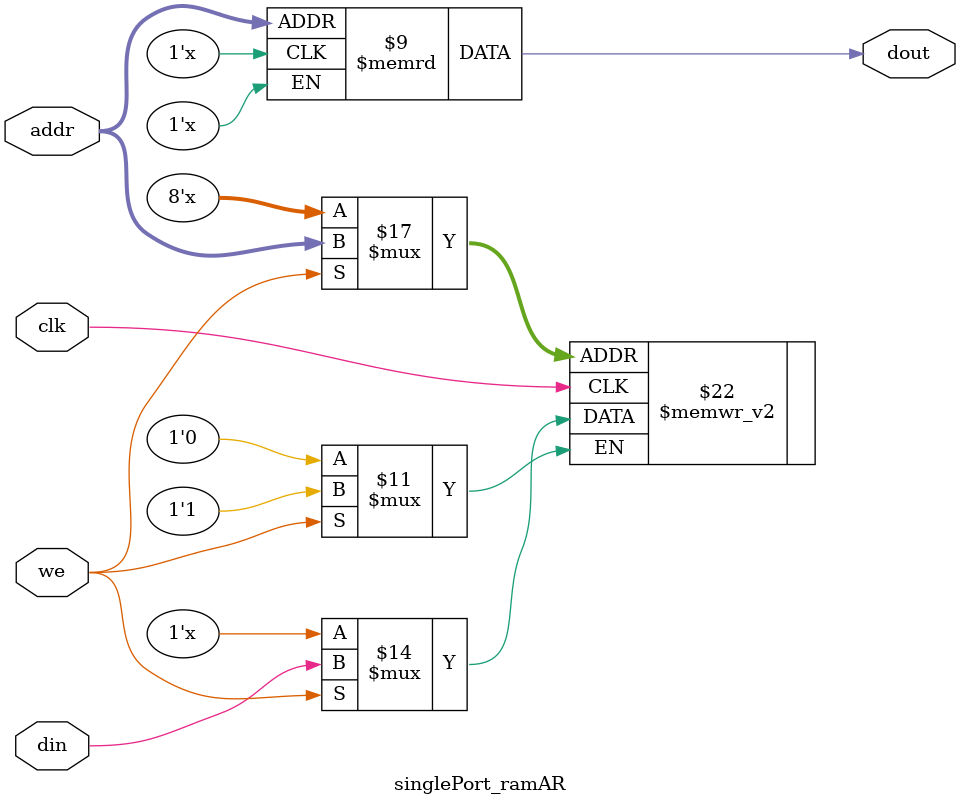
<source format=v>


module singlePort_ramAR #(parameter ADDR_WIDTH = 8, parameter DATA_WIDTH = 1)
(
	input clk, 
	input we,
	input  [ADDR_WIDTH-1:0]  addr, 
	input  [DATA_WIDTH-1:0]   din, 
	output [DATA_WIDTH-1:0]  dout
);

//ram
reg [DATA_WIDTH-1:0] ram [2**ADDR_WIDTH-1:0]; 
 
always @(posedge clk)
	if(we) 
		ram[addr] <= din; 

assign dout = ram[addr]; 

endmodule
</source>
